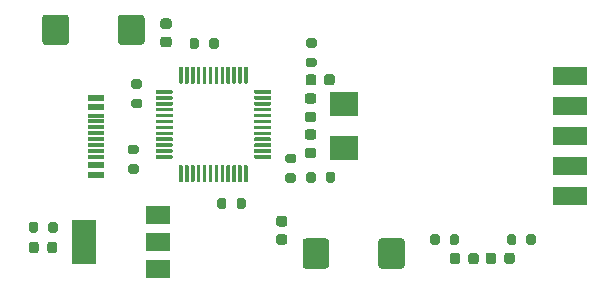
<source format=gbr>
%TF.GenerationSoftware,KiCad,Pcbnew,(5.1.9-0-10_14)*%
%TF.CreationDate,2021-03-11T22:52:10+08:00*%
%TF.ProjectId,stlinkv21,73746c69-6e6b-4763-9231-2e6b69636164,rev?*%
%TF.SameCoordinates,Original*%
%TF.FileFunction,Paste,Top*%
%TF.FilePolarity,Positive*%
%FSLAX46Y46*%
G04 Gerber Fmt 4.6, Leading zero omitted, Abs format (unit mm)*
G04 Created by KiCad (PCBNEW (5.1.9-0-10_14)) date 2021-03-11 22:52:10*
%MOMM*%
%LPD*%
G01*
G04 APERTURE LIST*
%ADD10R,2.400000X2.000000*%
%ADD11R,2.000000X1.500000*%
%ADD12R,2.000000X3.800000*%
%ADD13R,2.999994X1.519936*%
%ADD14R,1.450000X0.600000*%
%ADD15R,1.450000X0.300000*%
G04 APERTURE END LIST*
%TO.C,C6*%
G36*
G01*
X130955000Y-98205001D02*
X130955000Y-96154999D01*
G75*
G02*
X131204999Y-95905000I249999J0D01*
G01*
X132955001Y-95905000D01*
G75*
G02*
X133205000Y-96154999I0J-249999D01*
G01*
X133205000Y-98205001D01*
G75*
G02*
X132955001Y-98455000I-249999J0D01*
G01*
X131204999Y-98455000D01*
G75*
G02*
X130955000Y-98205001I0J249999D01*
G01*
G37*
G36*
G01*
X124555000Y-98205001D02*
X124555000Y-96154999D01*
G75*
G02*
X124804999Y-95905000I249999J0D01*
G01*
X126555001Y-95905000D01*
G75*
G02*
X126805000Y-96154999I0J-249999D01*
G01*
X126805000Y-98205001D01*
G75*
G02*
X126555001Y-98455000I-249999J0D01*
G01*
X124804999Y-98455000D01*
G75*
G02*
X124555000Y-98205001I0J249999D01*
G01*
G37*
%TD*%
%TO.C,C4*%
G36*
G01*
X108915000Y-79265001D02*
X108915000Y-77214999D01*
G75*
G02*
X109164999Y-76965000I249999J0D01*
G01*
X110915001Y-76965000D01*
G75*
G02*
X111165000Y-77214999I0J-249999D01*
G01*
X111165000Y-79265001D01*
G75*
G02*
X110915001Y-79515000I-249999J0D01*
G01*
X109164999Y-79515000D01*
G75*
G02*
X108915000Y-79265001I0J249999D01*
G01*
G37*
G36*
G01*
X102515000Y-79265001D02*
X102515000Y-77214999D01*
G75*
G02*
X102764999Y-76965000I249999J0D01*
G01*
X104515001Y-76965000D01*
G75*
G02*
X104765000Y-77214999I0J-249999D01*
G01*
X104765000Y-79265001D01*
G75*
G02*
X104515001Y-79515000I-249999J0D01*
G01*
X102764999Y-79515000D01*
G75*
G02*
X102515000Y-79265001I0J249999D01*
G01*
G37*
%TD*%
D10*
%TO.C,Y1*%
X128016000Y-84510000D03*
X128016000Y-88210000D03*
%TD*%
%TO.C,R12*%
G36*
G01*
X109945000Y-89615000D02*
X110495000Y-89615000D01*
G75*
G02*
X110695000Y-89815000I0J-200000D01*
G01*
X110695000Y-90215000D01*
G75*
G02*
X110495000Y-90415000I-200000J0D01*
G01*
X109945000Y-90415000D01*
G75*
G02*
X109745000Y-90215000I0J200000D01*
G01*
X109745000Y-89815000D01*
G75*
G02*
X109945000Y-89615000I200000J0D01*
G01*
G37*
G36*
G01*
X109945000Y-87965000D02*
X110495000Y-87965000D01*
G75*
G02*
X110695000Y-88165000I0J-200000D01*
G01*
X110695000Y-88565000D01*
G75*
G02*
X110495000Y-88765000I-200000J0D01*
G01*
X109945000Y-88765000D01*
G75*
G02*
X109745000Y-88565000I0J200000D01*
G01*
X109745000Y-88165000D01*
G75*
G02*
X109945000Y-87965000I200000J0D01*
G01*
G37*
%TD*%
%TO.C,R11*%
G36*
G01*
X125555000Y-79755000D02*
X125005000Y-79755000D01*
G75*
G02*
X124805000Y-79555000I0J200000D01*
G01*
X124805000Y-79155000D01*
G75*
G02*
X125005000Y-78955000I200000J0D01*
G01*
X125555000Y-78955000D01*
G75*
G02*
X125755000Y-79155000I0J-200000D01*
G01*
X125755000Y-79555000D01*
G75*
G02*
X125555000Y-79755000I-200000J0D01*
G01*
G37*
G36*
G01*
X125555000Y-81405000D02*
X125005000Y-81405000D01*
G75*
G02*
X124805000Y-81205000I0J200000D01*
G01*
X124805000Y-80805000D01*
G75*
G02*
X125005000Y-80605000I200000J0D01*
G01*
X125555000Y-80605000D01*
G75*
G02*
X125755000Y-80805000I0J-200000D01*
G01*
X125755000Y-81205000D01*
G75*
G02*
X125555000Y-81405000I-200000J0D01*
G01*
G37*
%TD*%
%TO.C,R10*%
G36*
G01*
X110225000Y-84085000D02*
X110775000Y-84085000D01*
G75*
G02*
X110975000Y-84285000I0J-200000D01*
G01*
X110975000Y-84685000D01*
G75*
G02*
X110775000Y-84885000I-200000J0D01*
G01*
X110225000Y-84885000D01*
G75*
G02*
X110025000Y-84685000I0J200000D01*
G01*
X110025000Y-84285000D01*
G75*
G02*
X110225000Y-84085000I200000J0D01*
G01*
G37*
G36*
G01*
X110225000Y-82435000D02*
X110775000Y-82435000D01*
G75*
G02*
X110975000Y-82635000I0J-200000D01*
G01*
X110975000Y-83035000D01*
G75*
G02*
X110775000Y-83235000I-200000J0D01*
G01*
X110225000Y-83235000D01*
G75*
G02*
X110025000Y-83035000I0J200000D01*
G01*
X110025000Y-82635000D01*
G75*
G02*
X110225000Y-82435000I200000J0D01*
G01*
G37*
%TD*%
%TO.C,R9*%
G36*
G01*
X123265000Y-90395000D02*
X123815000Y-90395000D01*
G75*
G02*
X124015000Y-90595000I0J-200000D01*
G01*
X124015000Y-90995000D01*
G75*
G02*
X123815000Y-91195000I-200000J0D01*
G01*
X123265000Y-91195000D01*
G75*
G02*
X123065000Y-90995000I0J200000D01*
G01*
X123065000Y-90595000D01*
G75*
G02*
X123265000Y-90395000I200000J0D01*
G01*
G37*
G36*
G01*
X123265000Y-88745000D02*
X123815000Y-88745000D01*
G75*
G02*
X124015000Y-88945000I0J-200000D01*
G01*
X124015000Y-89345000D01*
G75*
G02*
X123815000Y-89545000I-200000J0D01*
G01*
X123265000Y-89545000D01*
G75*
G02*
X123065000Y-89345000I0J200000D01*
G01*
X123065000Y-88945000D01*
G75*
G02*
X123265000Y-88745000I200000J0D01*
G01*
G37*
%TD*%
%TO.C,R8*%
G36*
G01*
X126525000Y-90995000D02*
X126525000Y-90445000D01*
G75*
G02*
X126725000Y-90245000I200000J0D01*
G01*
X127125000Y-90245000D01*
G75*
G02*
X127325000Y-90445000I0J-200000D01*
G01*
X127325000Y-90995000D01*
G75*
G02*
X127125000Y-91195000I-200000J0D01*
G01*
X126725000Y-91195000D01*
G75*
G02*
X126525000Y-90995000I0J200000D01*
G01*
G37*
G36*
G01*
X124875000Y-90995000D02*
X124875000Y-90445000D01*
G75*
G02*
X125075000Y-90245000I200000J0D01*
G01*
X125475000Y-90245000D01*
G75*
G02*
X125675000Y-90445000I0J-200000D01*
G01*
X125675000Y-90995000D01*
G75*
G02*
X125475000Y-91195000I-200000J0D01*
G01*
X125075000Y-91195000D01*
G75*
G02*
X124875000Y-90995000I0J200000D01*
G01*
G37*
%TD*%
%TO.C,C7*%
G36*
G01*
X126365000Y-82720000D02*
X126365000Y-82220000D01*
G75*
G02*
X126590000Y-81995000I225000J0D01*
G01*
X127040000Y-81995000D01*
G75*
G02*
X127265000Y-82220000I0J-225000D01*
G01*
X127265000Y-82720000D01*
G75*
G02*
X127040000Y-82945000I-225000J0D01*
G01*
X126590000Y-82945000D01*
G75*
G02*
X126365000Y-82720000I0J225000D01*
G01*
G37*
G36*
G01*
X124815000Y-82720000D02*
X124815000Y-82220000D01*
G75*
G02*
X125040000Y-81995000I225000J0D01*
G01*
X125490000Y-81995000D01*
G75*
G02*
X125715000Y-82220000I0J-225000D01*
G01*
X125715000Y-82720000D01*
G75*
G02*
X125490000Y-82945000I-225000J0D01*
G01*
X125040000Y-82945000D01*
G75*
G02*
X124815000Y-82720000I0J225000D01*
G01*
G37*
%TD*%
%TO.C,C5*%
G36*
G01*
X123030000Y-94895000D02*
X122530000Y-94895000D01*
G75*
G02*
X122305000Y-94670000I0J225000D01*
G01*
X122305000Y-94220000D01*
G75*
G02*
X122530000Y-93995000I225000J0D01*
G01*
X123030000Y-93995000D01*
G75*
G02*
X123255000Y-94220000I0J-225000D01*
G01*
X123255000Y-94670000D01*
G75*
G02*
X123030000Y-94895000I-225000J0D01*
G01*
G37*
G36*
G01*
X123030000Y-96445000D02*
X122530000Y-96445000D01*
G75*
G02*
X122305000Y-96220000I0J225000D01*
G01*
X122305000Y-95770000D01*
G75*
G02*
X122530000Y-95545000I225000J0D01*
G01*
X123030000Y-95545000D01*
G75*
G02*
X123255000Y-95770000I0J-225000D01*
G01*
X123255000Y-96220000D01*
G75*
G02*
X123030000Y-96445000I-225000J0D01*
G01*
G37*
%TD*%
%TO.C,C3*%
G36*
G01*
X113240000Y-78175000D02*
X112740000Y-78175000D01*
G75*
G02*
X112515000Y-77950000I0J225000D01*
G01*
X112515000Y-77500000D01*
G75*
G02*
X112740000Y-77275000I225000J0D01*
G01*
X113240000Y-77275000D01*
G75*
G02*
X113465000Y-77500000I0J-225000D01*
G01*
X113465000Y-77950000D01*
G75*
G02*
X113240000Y-78175000I-225000J0D01*
G01*
G37*
G36*
G01*
X113240000Y-79725000D02*
X112740000Y-79725000D01*
G75*
G02*
X112515000Y-79500000I0J225000D01*
G01*
X112515000Y-79050000D01*
G75*
G02*
X112740000Y-78825000I225000J0D01*
G01*
X113240000Y-78825000D01*
G75*
G02*
X113465000Y-79050000I0J-225000D01*
G01*
X113465000Y-79500000D01*
G75*
G02*
X113240000Y-79725000I-225000J0D01*
G01*
G37*
%TD*%
%TO.C,C2*%
G36*
G01*
X124972000Y-85161000D02*
X125472000Y-85161000D01*
G75*
G02*
X125697000Y-85386000I0J-225000D01*
G01*
X125697000Y-85836000D01*
G75*
G02*
X125472000Y-86061000I-225000J0D01*
G01*
X124972000Y-86061000D01*
G75*
G02*
X124747000Y-85836000I0J225000D01*
G01*
X124747000Y-85386000D01*
G75*
G02*
X124972000Y-85161000I225000J0D01*
G01*
G37*
G36*
G01*
X124972000Y-83611000D02*
X125472000Y-83611000D01*
G75*
G02*
X125697000Y-83836000I0J-225000D01*
G01*
X125697000Y-84286000D01*
G75*
G02*
X125472000Y-84511000I-225000J0D01*
G01*
X124972000Y-84511000D01*
G75*
G02*
X124747000Y-84286000I0J225000D01*
G01*
X124747000Y-83836000D01*
G75*
G02*
X124972000Y-83611000I225000J0D01*
G01*
G37*
%TD*%
%TO.C,C1*%
G36*
G01*
X125472000Y-87559000D02*
X124972000Y-87559000D01*
G75*
G02*
X124747000Y-87334000I0J225000D01*
G01*
X124747000Y-86884000D01*
G75*
G02*
X124972000Y-86659000I225000J0D01*
G01*
X125472000Y-86659000D01*
G75*
G02*
X125697000Y-86884000I0J-225000D01*
G01*
X125697000Y-87334000D01*
G75*
G02*
X125472000Y-87559000I-225000J0D01*
G01*
G37*
G36*
G01*
X125472000Y-89109000D02*
X124972000Y-89109000D01*
G75*
G02*
X124747000Y-88884000I0J225000D01*
G01*
X124747000Y-88434000D01*
G75*
G02*
X124972000Y-88209000I225000J0D01*
G01*
X125472000Y-88209000D01*
G75*
G02*
X125697000Y-88434000I0J-225000D01*
G01*
X125697000Y-88884000D01*
G75*
G02*
X125472000Y-89109000I-225000J0D01*
G01*
G37*
%TD*%
%TO.C,U1*%
G36*
G01*
X119900000Y-89750000D02*
X119900000Y-91075000D01*
G75*
G02*
X119825000Y-91150000I-75000J0D01*
G01*
X119675000Y-91150000D01*
G75*
G02*
X119600000Y-91075000I0J75000D01*
G01*
X119600000Y-89750000D01*
G75*
G02*
X119675000Y-89675000I75000J0D01*
G01*
X119825000Y-89675000D01*
G75*
G02*
X119900000Y-89750000I0J-75000D01*
G01*
G37*
G36*
G01*
X119400000Y-89750000D02*
X119400000Y-91075000D01*
G75*
G02*
X119325000Y-91150000I-75000J0D01*
G01*
X119175000Y-91150000D01*
G75*
G02*
X119100000Y-91075000I0J75000D01*
G01*
X119100000Y-89750000D01*
G75*
G02*
X119175000Y-89675000I75000J0D01*
G01*
X119325000Y-89675000D01*
G75*
G02*
X119400000Y-89750000I0J-75000D01*
G01*
G37*
G36*
G01*
X118900000Y-89750000D02*
X118900000Y-91075000D01*
G75*
G02*
X118825000Y-91150000I-75000J0D01*
G01*
X118675000Y-91150000D01*
G75*
G02*
X118600000Y-91075000I0J75000D01*
G01*
X118600000Y-89750000D01*
G75*
G02*
X118675000Y-89675000I75000J0D01*
G01*
X118825000Y-89675000D01*
G75*
G02*
X118900000Y-89750000I0J-75000D01*
G01*
G37*
G36*
G01*
X118400000Y-89750000D02*
X118400000Y-91075000D01*
G75*
G02*
X118325000Y-91150000I-75000J0D01*
G01*
X118175000Y-91150000D01*
G75*
G02*
X118100000Y-91075000I0J75000D01*
G01*
X118100000Y-89750000D01*
G75*
G02*
X118175000Y-89675000I75000J0D01*
G01*
X118325000Y-89675000D01*
G75*
G02*
X118400000Y-89750000I0J-75000D01*
G01*
G37*
G36*
G01*
X117900000Y-89750000D02*
X117900000Y-91075000D01*
G75*
G02*
X117825000Y-91150000I-75000J0D01*
G01*
X117675000Y-91150000D01*
G75*
G02*
X117600000Y-91075000I0J75000D01*
G01*
X117600000Y-89750000D01*
G75*
G02*
X117675000Y-89675000I75000J0D01*
G01*
X117825000Y-89675000D01*
G75*
G02*
X117900000Y-89750000I0J-75000D01*
G01*
G37*
G36*
G01*
X117400000Y-89750000D02*
X117400000Y-91075000D01*
G75*
G02*
X117325000Y-91150000I-75000J0D01*
G01*
X117175000Y-91150000D01*
G75*
G02*
X117100000Y-91075000I0J75000D01*
G01*
X117100000Y-89750000D01*
G75*
G02*
X117175000Y-89675000I75000J0D01*
G01*
X117325000Y-89675000D01*
G75*
G02*
X117400000Y-89750000I0J-75000D01*
G01*
G37*
G36*
G01*
X116900000Y-89750000D02*
X116900000Y-91075000D01*
G75*
G02*
X116825000Y-91150000I-75000J0D01*
G01*
X116675000Y-91150000D01*
G75*
G02*
X116600000Y-91075000I0J75000D01*
G01*
X116600000Y-89750000D01*
G75*
G02*
X116675000Y-89675000I75000J0D01*
G01*
X116825000Y-89675000D01*
G75*
G02*
X116900000Y-89750000I0J-75000D01*
G01*
G37*
G36*
G01*
X116400000Y-89750000D02*
X116400000Y-91075000D01*
G75*
G02*
X116325000Y-91150000I-75000J0D01*
G01*
X116175000Y-91150000D01*
G75*
G02*
X116100000Y-91075000I0J75000D01*
G01*
X116100000Y-89750000D01*
G75*
G02*
X116175000Y-89675000I75000J0D01*
G01*
X116325000Y-89675000D01*
G75*
G02*
X116400000Y-89750000I0J-75000D01*
G01*
G37*
G36*
G01*
X115900000Y-89750000D02*
X115900000Y-91075000D01*
G75*
G02*
X115825000Y-91150000I-75000J0D01*
G01*
X115675000Y-91150000D01*
G75*
G02*
X115600000Y-91075000I0J75000D01*
G01*
X115600000Y-89750000D01*
G75*
G02*
X115675000Y-89675000I75000J0D01*
G01*
X115825000Y-89675000D01*
G75*
G02*
X115900000Y-89750000I0J-75000D01*
G01*
G37*
G36*
G01*
X115400000Y-89750000D02*
X115400000Y-91075000D01*
G75*
G02*
X115325000Y-91150000I-75000J0D01*
G01*
X115175000Y-91150000D01*
G75*
G02*
X115100000Y-91075000I0J75000D01*
G01*
X115100000Y-89750000D01*
G75*
G02*
X115175000Y-89675000I75000J0D01*
G01*
X115325000Y-89675000D01*
G75*
G02*
X115400000Y-89750000I0J-75000D01*
G01*
G37*
G36*
G01*
X114900000Y-89750000D02*
X114900000Y-91075000D01*
G75*
G02*
X114825000Y-91150000I-75000J0D01*
G01*
X114675000Y-91150000D01*
G75*
G02*
X114600000Y-91075000I0J75000D01*
G01*
X114600000Y-89750000D01*
G75*
G02*
X114675000Y-89675000I75000J0D01*
G01*
X114825000Y-89675000D01*
G75*
G02*
X114900000Y-89750000I0J-75000D01*
G01*
G37*
G36*
G01*
X114400000Y-89750000D02*
X114400000Y-91075000D01*
G75*
G02*
X114325000Y-91150000I-75000J0D01*
G01*
X114175000Y-91150000D01*
G75*
G02*
X114100000Y-91075000I0J75000D01*
G01*
X114100000Y-89750000D01*
G75*
G02*
X114175000Y-89675000I75000J0D01*
G01*
X114325000Y-89675000D01*
G75*
G02*
X114400000Y-89750000I0J-75000D01*
G01*
G37*
G36*
G01*
X113575000Y-88925000D02*
X113575000Y-89075000D01*
G75*
G02*
X113500000Y-89150000I-75000J0D01*
G01*
X112175000Y-89150000D01*
G75*
G02*
X112100000Y-89075000I0J75000D01*
G01*
X112100000Y-88925000D01*
G75*
G02*
X112175000Y-88850000I75000J0D01*
G01*
X113500000Y-88850000D01*
G75*
G02*
X113575000Y-88925000I0J-75000D01*
G01*
G37*
G36*
G01*
X113575000Y-88425000D02*
X113575000Y-88575000D01*
G75*
G02*
X113500000Y-88650000I-75000J0D01*
G01*
X112175000Y-88650000D01*
G75*
G02*
X112100000Y-88575000I0J75000D01*
G01*
X112100000Y-88425000D01*
G75*
G02*
X112175000Y-88350000I75000J0D01*
G01*
X113500000Y-88350000D01*
G75*
G02*
X113575000Y-88425000I0J-75000D01*
G01*
G37*
G36*
G01*
X113575000Y-87925000D02*
X113575000Y-88075000D01*
G75*
G02*
X113500000Y-88150000I-75000J0D01*
G01*
X112175000Y-88150000D01*
G75*
G02*
X112100000Y-88075000I0J75000D01*
G01*
X112100000Y-87925000D01*
G75*
G02*
X112175000Y-87850000I75000J0D01*
G01*
X113500000Y-87850000D01*
G75*
G02*
X113575000Y-87925000I0J-75000D01*
G01*
G37*
G36*
G01*
X113575000Y-87425000D02*
X113575000Y-87575000D01*
G75*
G02*
X113500000Y-87650000I-75000J0D01*
G01*
X112175000Y-87650000D01*
G75*
G02*
X112100000Y-87575000I0J75000D01*
G01*
X112100000Y-87425000D01*
G75*
G02*
X112175000Y-87350000I75000J0D01*
G01*
X113500000Y-87350000D01*
G75*
G02*
X113575000Y-87425000I0J-75000D01*
G01*
G37*
G36*
G01*
X113575000Y-86925000D02*
X113575000Y-87075000D01*
G75*
G02*
X113500000Y-87150000I-75000J0D01*
G01*
X112175000Y-87150000D01*
G75*
G02*
X112100000Y-87075000I0J75000D01*
G01*
X112100000Y-86925000D01*
G75*
G02*
X112175000Y-86850000I75000J0D01*
G01*
X113500000Y-86850000D01*
G75*
G02*
X113575000Y-86925000I0J-75000D01*
G01*
G37*
G36*
G01*
X113575000Y-86425000D02*
X113575000Y-86575000D01*
G75*
G02*
X113500000Y-86650000I-75000J0D01*
G01*
X112175000Y-86650000D01*
G75*
G02*
X112100000Y-86575000I0J75000D01*
G01*
X112100000Y-86425000D01*
G75*
G02*
X112175000Y-86350000I75000J0D01*
G01*
X113500000Y-86350000D01*
G75*
G02*
X113575000Y-86425000I0J-75000D01*
G01*
G37*
G36*
G01*
X113575000Y-85925000D02*
X113575000Y-86075000D01*
G75*
G02*
X113500000Y-86150000I-75000J0D01*
G01*
X112175000Y-86150000D01*
G75*
G02*
X112100000Y-86075000I0J75000D01*
G01*
X112100000Y-85925000D01*
G75*
G02*
X112175000Y-85850000I75000J0D01*
G01*
X113500000Y-85850000D01*
G75*
G02*
X113575000Y-85925000I0J-75000D01*
G01*
G37*
G36*
G01*
X113575000Y-85425000D02*
X113575000Y-85575000D01*
G75*
G02*
X113500000Y-85650000I-75000J0D01*
G01*
X112175000Y-85650000D01*
G75*
G02*
X112100000Y-85575000I0J75000D01*
G01*
X112100000Y-85425000D01*
G75*
G02*
X112175000Y-85350000I75000J0D01*
G01*
X113500000Y-85350000D01*
G75*
G02*
X113575000Y-85425000I0J-75000D01*
G01*
G37*
G36*
G01*
X113575000Y-84925000D02*
X113575000Y-85075000D01*
G75*
G02*
X113500000Y-85150000I-75000J0D01*
G01*
X112175000Y-85150000D01*
G75*
G02*
X112100000Y-85075000I0J75000D01*
G01*
X112100000Y-84925000D01*
G75*
G02*
X112175000Y-84850000I75000J0D01*
G01*
X113500000Y-84850000D01*
G75*
G02*
X113575000Y-84925000I0J-75000D01*
G01*
G37*
G36*
G01*
X113575000Y-84425000D02*
X113575000Y-84575000D01*
G75*
G02*
X113500000Y-84650000I-75000J0D01*
G01*
X112175000Y-84650000D01*
G75*
G02*
X112100000Y-84575000I0J75000D01*
G01*
X112100000Y-84425000D01*
G75*
G02*
X112175000Y-84350000I75000J0D01*
G01*
X113500000Y-84350000D01*
G75*
G02*
X113575000Y-84425000I0J-75000D01*
G01*
G37*
G36*
G01*
X113575000Y-83925000D02*
X113575000Y-84075000D01*
G75*
G02*
X113500000Y-84150000I-75000J0D01*
G01*
X112175000Y-84150000D01*
G75*
G02*
X112100000Y-84075000I0J75000D01*
G01*
X112100000Y-83925000D01*
G75*
G02*
X112175000Y-83850000I75000J0D01*
G01*
X113500000Y-83850000D01*
G75*
G02*
X113575000Y-83925000I0J-75000D01*
G01*
G37*
G36*
G01*
X113575000Y-83425000D02*
X113575000Y-83575000D01*
G75*
G02*
X113500000Y-83650000I-75000J0D01*
G01*
X112175000Y-83650000D01*
G75*
G02*
X112100000Y-83575000I0J75000D01*
G01*
X112100000Y-83425000D01*
G75*
G02*
X112175000Y-83350000I75000J0D01*
G01*
X113500000Y-83350000D01*
G75*
G02*
X113575000Y-83425000I0J-75000D01*
G01*
G37*
G36*
G01*
X114400000Y-81425000D02*
X114400000Y-82750000D01*
G75*
G02*
X114325000Y-82825000I-75000J0D01*
G01*
X114175000Y-82825000D01*
G75*
G02*
X114100000Y-82750000I0J75000D01*
G01*
X114100000Y-81425000D01*
G75*
G02*
X114175000Y-81350000I75000J0D01*
G01*
X114325000Y-81350000D01*
G75*
G02*
X114400000Y-81425000I0J-75000D01*
G01*
G37*
G36*
G01*
X114900000Y-81425000D02*
X114900000Y-82750000D01*
G75*
G02*
X114825000Y-82825000I-75000J0D01*
G01*
X114675000Y-82825000D01*
G75*
G02*
X114600000Y-82750000I0J75000D01*
G01*
X114600000Y-81425000D01*
G75*
G02*
X114675000Y-81350000I75000J0D01*
G01*
X114825000Y-81350000D01*
G75*
G02*
X114900000Y-81425000I0J-75000D01*
G01*
G37*
G36*
G01*
X115400000Y-81425000D02*
X115400000Y-82750000D01*
G75*
G02*
X115325000Y-82825000I-75000J0D01*
G01*
X115175000Y-82825000D01*
G75*
G02*
X115100000Y-82750000I0J75000D01*
G01*
X115100000Y-81425000D01*
G75*
G02*
X115175000Y-81350000I75000J0D01*
G01*
X115325000Y-81350000D01*
G75*
G02*
X115400000Y-81425000I0J-75000D01*
G01*
G37*
G36*
G01*
X115900000Y-81425000D02*
X115900000Y-82750000D01*
G75*
G02*
X115825000Y-82825000I-75000J0D01*
G01*
X115675000Y-82825000D01*
G75*
G02*
X115600000Y-82750000I0J75000D01*
G01*
X115600000Y-81425000D01*
G75*
G02*
X115675000Y-81350000I75000J0D01*
G01*
X115825000Y-81350000D01*
G75*
G02*
X115900000Y-81425000I0J-75000D01*
G01*
G37*
G36*
G01*
X116400000Y-81425000D02*
X116400000Y-82750000D01*
G75*
G02*
X116325000Y-82825000I-75000J0D01*
G01*
X116175000Y-82825000D01*
G75*
G02*
X116100000Y-82750000I0J75000D01*
G01*
X116100000Y-81425000D01*
G75*
G02*
X116175000Y-81350000I75000J0D01*
G01*
X116325000Y-81350000D01*
G75*
G02*
X116400000Y-81425000I0J-75000D01*
G01*
G37*
G36*
G01*
X116900000Y-81425000D02*
X116900000Y-82750000D01*
G75*
G02*
X116825000Y-82825000I-75000J0D01*
G01*
X116675000Y-82825000D01*
G75*
G02*
X116600000Y-82750000I0J75000D01*
G01*
X116600000Y-81425000D01*
G75*
G02*
X116675000Y-81350000I75000J0D01*
G01*
X116825000Y-81350000D01*
G75*
G02*
X116900000Y-81425000I0J-75000D01*
G01*
G37*
G36*
G01*
X117400000Y-81425000D02*
X117400000Y-82750000D01*
G75*
G02*
X117325000Y-82825000I-75000J0D01*
G01*
X117175000Y-82825000D01*
G75*
G02*
X117100000Y-82750000I0J75000D01*
G01*
X117100000Y-81425000D01*
G75*
G02*
X117175000Y-81350000I75000J0D01*
G01*
X117325000Y-81350000D01*
G75*
G02*
X117400000Y-81425000I0J-75000D01*
G01*
G37*
G36*
G01*
X117900000Y-81425000D02*
X117900000Y-82750000D01*
G75*
G02*
X117825000Y-82825000I-75000J0D01*
G01*
X117675000Y-82825000D01*
G75*
G02*
X117600000Y-82750000I0J75000D01*
G01*
X117600000Y-81425000D01*
G75*
G02*
X117675000Y-81350000I75000J0D01*
G01*
X117825000Y-81350000D01*
G75*
G02*
X117900000Y-81425000I0J-75000D01*
G01*
G37*
G36*
G01*
X118400000Y-81425000D02*
X118400000Y-82750000D01*
G75*
G02*
X118325000Y-82825000I-75000J0D01*
G01*
X118175000Y-82825000D01*
G75*
G02*
X118100000Y-82750000I0J75000D01*
G01*
X118100000Y-81425000D01*
G75*
G02*
X118175000Y-81350000I75000J0D01*
G01*
X118325000Y-81350000D01*
G75*
G02*
X118400000Y-81425000I0J-75000D01*
G01*
G37*
G36*
G01*
X118900000Y-81425000D02*
X118900000Y-82750000D01*
G75*
G02*
X118825000Y-82825000I-75000J0D01*
G01*
X118675000Y-82825000D01*
G75*
G02*
X118600000Y-82750000I0J75000D01*
G01*
X118600000Y-81425000D01*
G75*
G02*
X118675000Y-81350000I75000J0D01*
G01*
X118825000Y-81350000D01*
G75*
G02*
X118900000Y-81425000I0J-75000D01*
G01*
G37*
G36*
G01*
X119400000Y-81425000D02*
X119400000Y-82750000D01*
G75*
G02*
X119325000Y-82825000I-75000J0D01*
G01*
X119175000Y-82825000D01*
G75*
G02*
X119100000Y-82750000I0J75000D01*
G01*
X119100000Y-81425000D01*
G75*
G02*
X119175000Y-81350000I75000J0D01*
G01*
X119325000Y-81350000D01*
G75*
G02*
X119400000Y-81425000I0J-75000D01*
G01*
G37*
G36*
G01*
X119900000Y-81425000D02*
X119900000Y-82750000D01*
G75*
G02*
X119825000Y-82825000I-75000J0D01*
G01*
X119675000Y-82825000D01*
G75*
G02*
X119600000Y-82750000I0J75000D01*
G01*
X119600000Y-81425000D01*
G75*
G02*
X119675000Y-81350000I75000J0D01*
G01*
X119825000Y-81350000D01*
G75*
G02*
X119900000Y-81425000I0J-75000D01*
G01*
G37*
G36*
G01*
X121900000Y-83425000D02*
X121900000Y-83575000D01*
G75*
G02*
X121825000Y-83650000I-75000J0D01*
G01*
X120500000Y-83650000D01*
G75*
G02*
X120425000Y-83575000I0J75000D01*
G01*
X120425000Y-83425000D01*
G75*
G02*
X120500000Y-83350000I75000J0D01*
G01*
X121825000Y-83350000D01*
G75*
G02*
X121900000Y-83425000I0J-75000D01*
G01*
G37*
G36*
G01*
X121900000Y-83925000D02*
X121900000Y-84075000D01*
G75*
G02*
X121825000Y-84150000I-75000J0D01*
G01*
X120500000Y-84150000D01*
G75*
G02*
X120425000Y-84075000I0J75000D01*
G01*
X120425000Y-83925000D01*
G75*
G02*
X120500000Y-83850000I75000J0D01*
G01*
X121825000Y-83850000D01*
G75*
G02*
X121900000Y-83925000I0J-75000D01*
G01*
G37*
G36*
G01*
X121900000Y-84425000D02*
X121900000Y-84575000D01*
G75*
G02*
X121825000Y-84650000I-75000J0D01*
G01*
X120500000Y-84650000D01*
G75*
G02*
X120425000Y-84575000I0J75000D01*
G01*
X120425000Y-84425000D01*
G75*
G02*
X120500000Y-84350000I75000J0D01*
G01*
X121825000Y-84350000D01*
G75*
G02*
X121900000Y-84425000I0J-75000D01*
G01*
G37*
G36*
G01*
X121900000Y-84925000D02*
X121900000Y-85075000D01*
G75*
G02*
X121825000Y-85150000I-75000J0D01*
G01*
X120500000Y-85150000D01*
G75*
G02*
X120425000Y-85075000I0J75000D01*
G01*
X120425000Y-84925000D01*
G75*
G02*
X120500000Y-84850000I75000J0D01*
G01*
X121825000Y-84850000D01*
G75*
G02*
X121900000Y-84925000I0J-75000D01*
G01*
G37*
G36*
G01*
X121900000Y-85425000D02*
X121900000Y-85575000D01*
G75*
G02*
X121825000Y-85650000I-75000J0D01*
G01*
X120500000Y-85650000D01*
G75*
G02*
X120425000Y-85575000I0J75000D01*
G01*
X120425000Y-85425000D01*
G75*
G02*
X120500000Y-85350000I75000J0D01*
G01*
X121825000Y-85350000D01*
G75*
G02*
X121900000Y-85425000I0J-75000D01*
G01*
G37*
G36*
G01*
X121900000Y-85925000D02*
X121900000Y-86075000D01*
G75*
G02*
X121825000Y-86150000I-75000J0D01*
G01*
X120500000Y-86150000D01*
G75*
G02*
X120425000Y-86075000I0J75000D01*
G01*
X120425000Y-85925000D01*
G75*
G02*
X120500000Y-85850000I75000J0D01*
G01*
X121825000Y-85850000D01*
G75*
G02*
X121900000Y-85925000I0J-75000D01*
G01*
G37*
G36*
G01*
X121900000Y-86425000D02*
X121900000Y-86575000D01*
G75*
G02*
X121825000Y-86650000I-75000J0D01*
G01*
X120500000Y-86650000D01*
G75*
G02*
X120425000Y-86575000I0J75000D01*
G01*
X120425000Y-86425000D01*
G75*
G02*
X120500000Y-86350000I75000J0D01*
G01*
X121825000Y-86350000D01*
G75*
G02*
X121900000Y-86425000I0J-75000D01*
G01*
G37*
G36*
G01*
X121900000Y-86925000D02*
X121900000Y-87075000D01*
G75*
G02*
X121825000Y-87150000I-75000J0D01*
G01*
X120500000Y-87150000D01*
G75*
G02*
X120425000Y-87075000I0J75000D01*
G01*
X120425000Y-86925000D01*
G75*
G02*
X120500000Y-86850000I75000J0D01*
G01*
X121825000Y-86850000D01*
G75*
G02*
X121900000Y-86925000I0J-75000D01*
G01*
G37*
G36*
G01*
X121900000Y-87425000D02*
X121900000Y-87575000D01*
G75*
G02*
X121825000Y-87650000I-75000J0D01*
G01*
X120500000Y-87650000D01*
G75*
G02*
X120425000Y-87575000I0J75000D01*
G01*
X120425000Y-87425000D01*
G75*
G02*
X120500000Y-87350000I75000J0D01*
G01*
X121825000Y-87350000D01*
G75*
G02*
X121900000Y-87425000I0J-75000D01*
G01*
G37*
G36*
G01*
X121900000Y-87925000D02*
X121900000Y-88075000D01*
G75*
G02*
X121825000Y-88150000I-75000J0D01*
G01*
X120500000Y-88150000D01*
G75*
G02*
X120425000Y-88075000I0J75000D01*
G01*
X120425000Y-87925000D01*
G75*
G02*
X120500000Y-87850000I75000J0D01*
G01*
X121825000Y-87850000D01*
G75*
G02*
X121900000Y-87925000I0J-75000D01*
G01*
G37*
G36*
G01*
X121900000Y-88425000D02*
X121900000Y-88575000D01*
G75*
G02*
X121825000Y-88650000I-75000J0D01*
G01*
X120500000Y-88650000D01*
G75*
G02*
X120425000Y-88575000I0J75000D01*
G01*
X120425000Y-88425000D01*
G75*
G02*
X120500000Y-88350000I75000J0D01*
G01*
X121825000Y-88350000D01*
G75*
G02*
X121900000Y-88425000I0J-75000D01*
G01*
G37*
G36*
G01*
X121900000Y-88925000D02*
X121900000Y-89075000D01*
G75*
G02*
X121825000Y-89150000I-75000J0D01*
G01*
X120500000Y-89150000D01*
G75*
G02*
X120425000Y-89075000I0J75000D01*
G01*
X120425000Y-88925000D01*
G75*
G02*
X120500000Y-88850000I75000J0D01*
G01*
X121825000Y-88850000D01*
G75*
G02*
X121900000Y-88925000I0J-75000D01*
G01*
G37*
%TD*%
%TO.C,R5*%
G36*
G01*
X103015000Y-95225000D02*
X103015000Y-94675000D01*
G75*
G02*
X103215000Y-94475000I200000J0D01*
G01*
X103615000Y-94475000D01*
G75*
G02*
X103815000Y-94675000I0J-200000D01*
G01*
X103815000Y-95225000D01*
G75*
G02*
X103615000Y-95425000I-200000J0D01*
G01*
X103215000Y-95425000D01*
G75*
G02*
X103015000Y-95225000I0J200000D01*
G01*
G37*
G36*
G01*
X101365000Y-95225000D02*
X101365000Y-94675000D01*
G75*
G02*
X101565000Y-94475000I200000J0D01*
G01*
X101965000Y-94475000D01*
G75*
G02*
X102165000Y-94675000I0J-200000D01*
G01*
X102165000Y-95225000D01*
G75*
G02*
X101965000Y-95425000I-200000J0D01*
G01*
X101565000Y-95425000D01*
G75*
G02*
X101365000Y-95225000I0J200000D01*
G01*
G37*
%TD*%
%TO.C,R4*%
G36*
G01*
X136995000Y-96285000D02*
X136995000Y-95735000D01*
G75*
G02*
X137195000Y-95535000I200000J0D01*
G01*
X137595000Y-95535000D01*
G75*
G02*
X137795000Y-95735000I0J-200000D01*
G01*
X137795000Y-96285000D01*
G75*
G02*
X137595000Y-96485000I-200000J0D01*
G01*
X137195000Y-96485000D01*
G75*
G02*
X136995000Y-96285000I0J200000D01*
G01*
G37*
G36*
G01*
X135345000Y-96285000D02*
X135345000Y-95735000D01*
G75*
G02*
X135545000Y-95535000I200000J0D01*
G01*
X135945000Y-95535000D01*
G75*
G02*
X136145000Y-95735000I0J-200000D01*
G01*
X136145000Y-96285000D01*
G75*
G02*
X135945000Y-96485000I-200000J0D01*
G01*
X135545000Y-96485000D01*
G75*
G02*
X135345000Y-96285000I0J200000D01*
G01*
G37*
%TD*%
%TO.C,R3*%
G36*
G01*
X142655000Y-95735000D02*
X142655000Y-96285000D01*
G75*
G02*
X142455000Y-96485000I-200000J0D01*
G01*
X142055000Y-96485000D01*
G75*
G02*
X141855000Y-96285000I0J200000D01*
G01*
X141855000Y-95735000D01*
G75*
G02*
X142055000Y-95535000I200000J0D01*
G01*
X142455000Y-95535000D01*
G75*
G02*
X142655000Y-95735000I0J-200000D01*
G01*
G37*
G36*
G01*
X144305000Y-95735000D02*
X144305000Y-96285000D01*
G75*
G02*
X144105000Y-96485000I-200000J0D01*
G01*
X143705000Y-96485000D01*
G75*
G02*
X143505000Y-96285000I0J200000D01*
G01*
X143505000Y-95735000D01*
G75*
G02*
X143705000Y-95535000I200000J0D01*
G01*
X144105000Y-95535000D01*
G75*
G02*
X144305000Y-95735000I0J-200000D01*
G01*
G37*
%TD*%
%TO.C,D3*%
G36*
G01*
X102220000Y-96413750D02*
X102220000Y-96926250D01*
G75*
G02*
X102001250Y-97145000I-218750J0D01*
G01*
X101563750Y-97145000D01*
G75*
G02*
X101345000Y-96926250I0J218750D01*
G01*
X101345000Y-96413750D01*
G75*
G02*
X101563750Y-96195000I218750J0D01*
G01*
X102001250Y-96195000D01*
G75*
G02*
X102220000Y-96413750I0J-218750D01*
G01*
G37*
G36*
G01*
X103795000Y-96413750D02*
X103795000Y-96926250D01*
G75*
G02*
X103576250Y-97145000I-218750J0D01*
G01*
X103138750Y-97145000D01*
G75*
G02*
X102920000Y-96926250I0J218750D01*
G01*
X102920000Y-96413750D01*
G75*
G02*
X103138750Y-96195000I218750J0D01*
G01*
X103576250Y-96195000D01*
G75*
G02*
X103795000Y-96413750I0J-218750D01*
G01*
G37*
%TD*%
%TO.C,D2*%
G36*
G01*
X138590000Y-97876250D02*
X138590000Y-97363750D01*
G75*
G02*
X138808750Y-97145000I218750J0D01*
G01*
X139246250Y-97145000D01*
G75*
G02*
X139465000Y-97363750I0J-218750D01*
G01*
X139465000Y-97876250D01*
G75*
G02*
X139246250Y-98095000I-218750J0D01*
G01*
X138808750Y-98095000D01*
G75*
G02*
X138590000Y-97876250I0J218750D01*
G01*
G37*
G36*
G01*
X137015000Y-97876250D02*
X137015000Y-97363750D01*
G75*
G02*
X137233750Y-97145000I218750J0D01*
G01*
X137671250Y-97145000D01*
G75*
G02*
X137890000Y-97363750I0J-218750D01*
G01*
X137890000Y-97876250D01*
G75*
G02*
X137671250Y-98095000I-218750J0D01*
G01*
X137233750Y-98095000D01*
G75*
G02*
X137015000Y-97876250I0J218750D01*
G01*
G37*
%TD*%
%TO.C,D1*%
G36*
G01*
X140930000Y-97333750D02*
X140930000Y-97846250D01*
G75*
G02*
X140711250Y-98065000I-218750J0D01*
G01*
X140273750Y-98065000D01*
G75*
G02*
X140055000Y-97846250I0J218750D01*
G01*
X140055000Y-97333750D01*
G75*
G02*
X140273750Y-97115000I218750J0D01*
G01*
X140711250Y-97115000D01*
G75*
G02*
X140930000Y-97333750I0J-218750D01*
G01*
G37*
G36*
G01*
X142505000Y-97333750D02*
X142505000Y-97846250D01*
G75*
G02*
X142286250Y-98065000I-218750J0D01*
G01*
X141848750Y-98065000D01*
G75*
G02*
X141630000Y-97846250I0J218750D01*
G01*
X141630000Y-97333750D01*
G75*
G02*
X141848750Y-97115000I218750J0D01*
G01*
X142286250Y-97115000D01*
G75*
G02*
X142505000Y-97333750I0J-218750D01*
G01*
G37*
%TD*%
D11*
%TO.C,U3*%
X112330000Y-98520000D03*
X112330000Y-93920000D03*
X112330000Y-96220000D03*
D12*
X106030000Y-96220000D03*
%TD*%
D13*
%TO.C,J4*%
X147199394Y-82169746D03*
X147199394Y-84709746D03*
X147199394Y-87249746D03*
X147199394Y-89789746D03*
X147199394Y-92329746D03*
%TD*%
%TO.C,R2*%
G36*
G01*
X115785000Y-79125000D02*
X115785000Y-79675000D01*
G75*
G02*
X115585000Y-79875000I-200000J0D01*
G01*
X115185000Y-79875000D01*
G75*
G02*
X114985000Y-79675000I0J200000D01*
G01*
X114985000Y-79125000D01*
G75*
G02*
X115185000Y-78925000I200000J0D01*
G01*
X115585000Y-78925000D01*
G75*
G02*
X115785000Y-79125000I0J-200000D01*
G01*
G37*
G36*
G01*
X117435000Y-79125000D02*
X117435000Y-79675000D01*
G75*
G02*
X117235000Y-79875000I-200000J0D01*
G01*
X116835000Y-79875000D01*
G75*
G02*
X116635000Y-79675000I0J200000D01*
G01*
X116635000Y-79125000D01*
G75*
G02*
X116835000Y-78925000I200000J0D01*
G01*
X117235000Y-78925000D01*
G75*
G02*
X117435000Y-79125000I0J-200000D01*
G01*
G37*
%TD*%
%TO.C,R1*%
G36*
G01*
X118955000Y-93205000D02*
X118955000Y-92655000D01*
G75*
G02*
X119155000Y-92455000I200000J0D01*
G01*
X119555000Y-92455000D01*
G75*
G02*
X119755000Y-92655000I0J-200000D01*
G01*
X119755000Y-93205000D01*
G75*
G02*
X119555000Y-93405000I-200000J0D01*
G01*
X119155000Y-93405000D01*
G75*
G02*
X118955000Y-93205000I0J200000D01*
G01*
G37*
G36*
G01*
X117305000Y-93205000D02*
X117305000Y-92655000D01*
G75*
G02*
X117505000Y-92455000I200000J0D01*
G01*
X117905000Y-92455000D01*
G75*
G02*
X118105000Y-92655000I0J-200000D01*
G01*
X118105000Y-93205000D01*
G75*
G02*
X117905000Y-93405000I-200000J0D01*
G01*
X117505000Y-93405000D01*
G75*
G02*
X117305000Y-93205000I0J200000D01*
G01*
G37*
%TD*%
D14*
%TO.C,J1*%
X107045000Y-90500000D03*
X107045000Y-89700000D03*
X107045000Y-84800000D03*
X107045000Y-84000000D03*
X107045000Y-84000000D03*
X107045000Y-84800000D03*
X107045000Y-89700000D03*
X107045000Y-90500000D03*
D15*
X107045000Y-85500000D03*
X107045000Y-86000000D03*
X107045000Y-86500000D03*
X107045000Y-87500000D03*
X107045000Y-88000000D03*
X107045000Y-88500000D03*
X107045000Y-89000000D03*
X107045000Y-87000000D03*
%TD*%
M02*

</source>
